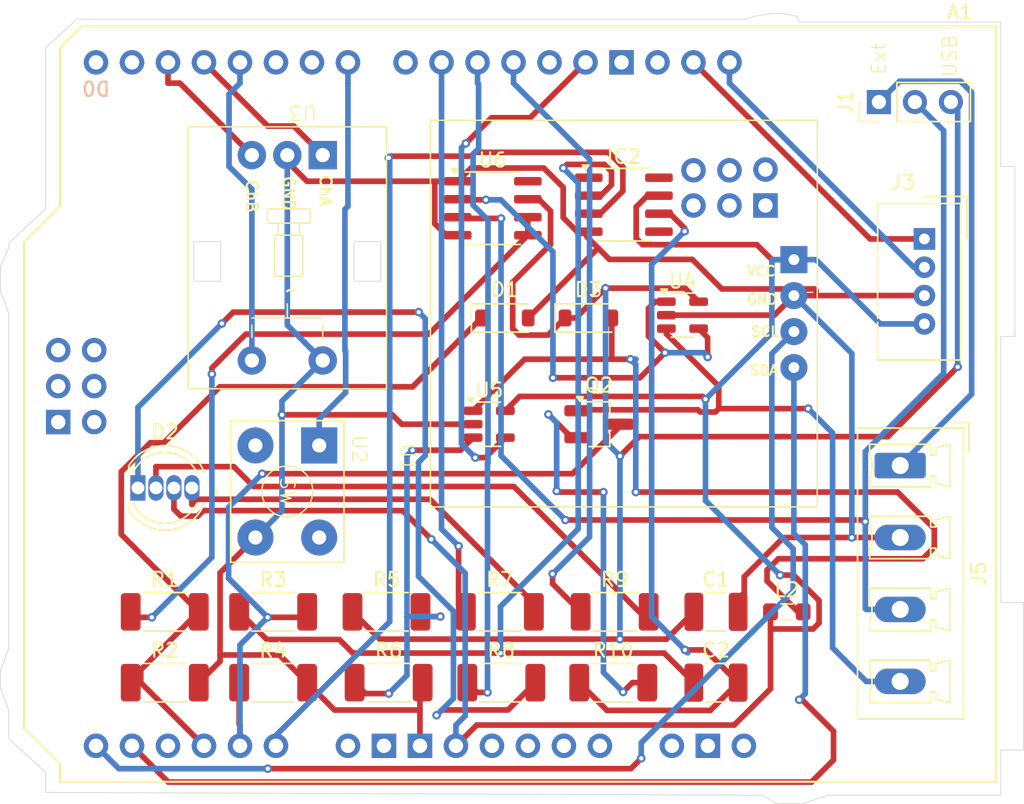
<source format=kicad_pcb>
(kicad_pcb (version 20241229) (generator "pcbnew") (generator_version "9.0")
  (layers (0 "F.Cu" signal) (2 "B.Cu" signal) (13 "F.Paste" user) (15 "B.Paste" user) (5 "F.SilkS" user "F.Silkscreen") (7 "B.SilkS" user "B.Silkscreen") (1 "F.Mask" user) (3 "B.Mask" user) (25 "Edge.Cuts" user))
  (net 0 "")
  (net 1 "A2")
  (net 2 "Net-(U3-Channel_A)")
  (net 4 "GND")
  (net 13 "Net-(J3-Pin_1)")
  (net 15 "Net-(A1-PadD4)")
  (net 16 "Net-(A1-PadD11)")
  (net 17 "Net-(A1-PadD9)")
  (net 22 "Net-(U1-SDA)")
  (net 24 "Net-(A1-PadD10)")
  (net 25 "Net-(J3-Pin_2)")
  (net 30 "Net-(A1-PadD7)")
  (net 33 "Net-(U3-Channel_B)")
  (net 37 "Net-(U1-SCL)")
  (net 44 "A1")
  (net 46 "A0")
  (net 47 "VCC")
  (net 48 "Pin_D13")
  (net 49 "Net-(IC2-OUT_A)")
  (net 50 "Net-(IC2--IN_A)")
  (net 51 "Net-(D3-A)")
  (net 55 "Vboost")
  (net 57 "Net-(U5-FB)")
  (net 58 "/Load+")
  (net 59 "/CustomVoltage")
  (net 60 "/Load-")
  (net 61 "Net-(U6-Output)")
  (net 62 "Net-(D2-RK)")
  (net 63 "Net-(D2-GK)")
  (net 64 "Net-(D2-BK)")
  (net 65 "Net-(U4--)")
  (net 67 "Net-(Q2-G)")
  (footprint "Connector_Phoenix_MC_HighVoltage:PhoenixContact_MCV_1,5_4-G-5.08_1x04_P5.08mm_Vertical" (layer "F.Cu") (at 226.5 91.92 -90)
    (property "Reference" "J5")
    (property "Value" "Conn_01x04_Socket")
  )
  (footprint "Resistor_SMD:R_2010_5025Metric_Pad1.40x2.65mm_HandSolder" (layer "F.Cu") (at 198.35 107.25)
    (property "Reference" "R8")
    (property "Value" "90")
  )
  (footprint "Custom_footprints:MDOB128064V2V-WI" (layer "F.Cu") (at 207 81.19 -90)
    (property "Reference" "U1")
    (property "Value" "MDOB")
  )
  (footprint "Resistor_SMD:R_2010_5025Metric_Pad1.40x2.65mm_HandSolder" (layer "F.Cu") (at 174.6 102.25)
    (property "Reference" "R1")
    (property "Value" "11k")
  )
  (footprint "Package_TO_SOT_SMD:SOT-23_Handsoldering" (layer "F.Cu") (at 205.25 89)
    (property "Reference" "Q2")
    (property "Value" "BS170")
  )
  (footprint "Package_SO:SOIC-8_3.9x4.9mm_P1.27mm" (layer "F.Cu") (at 207 73.5)
    (property "Reference" "IC2")
    (property "Value" "AD8531ARZ-REEL")
  )
  (footprint "Package_SO:SOIC-8_3.9x4.9mm_P1.27mm" (layer "F.Cu") (at 197.75 73.75)
    (property "Reference" "U6")
    (property "Value" "INA132")
  )
  (footprint "Custom_footprints:MC32831" (layer "F.Cu") (at 183.25 93.75 -90)
    (property "Reference" "U2")
    (property "Value" "~")
  )
  (footprint "Resistor_SMD:R_2010_5025Metric_Pad1.40x2.65mm_HandSolder" (layer "F.Cu") (at 174.6 107.25)
    (property "Reference" "R2")
    (property "Value" "1k")
  )
  (footprint "Resistor_SMD:R_2010_5025Metric_Pad1.40x2.65mm_HandSolder" (layer "F.Cu") (at 182.25 107.25)
    (property "Reference" "R4")
    (property "Value" "56R")
  )
  (footprint "Custom_footprints:PEC11R-4215K-S0012" (layer "F.Cu") (at 183.25 77.5 180)
    (property "Reference" "U3")
    (property "Value" "~")
    (fp_rect (start 4.7 -1.4) (end 6.6 1.4) (stroke (width 0.05)) (fill no) (layer "Edge.Cuts"))
    (fp_rect (start -6.6 -1.4) (end -4.7 1.4) (stroke (width 0.05)) (fill no) (layer "Edge.Cuts"))
  )
  (footprint "Resistor_SMD:R_2010_5025Metric_Pad1.40x2.65mm_HandSolder" (layer "F.Cu") (at 182.25 102.25)
    (property "Reference" "R3")
    (property "Value" "1k")
  )
  (footprint "Resistor_SMD:R_2010_5025Metric_Pad1.40x2.65mm_HandSolder" (layer "F.Cu") (at 190.4 107.25)
    (property "Reference" "R6")
    (property "Value" "5.1kR")
  )
  (footprint "Package_TO_SOT_SMD:TSOT-23-5" (layer "F.Cu") (at 211.1375 81.3)
    (property "Reference" "U4")
    (property "Value" "AD8603")
  )
  (footprint "Resistor_SMD:R_2010_5025Metric_Pad1.40x2.65mm_HandSolder" (layer "F.Cu") (at 206.25 107.25)
    (property "Reference" "R10")
    (property "Value" "100")
  )
  (footprint "Connector:NS-Tech_Grove_1x04_P2mm_Vertical" (layer "F.Cu") (at 228.2075 75.9175)
    (property "Reference" "J3")
    (property "Value" "Conn_01x04_Socket")
  )
  (footprint "Connector_PinHeader_2.54mm:PinHeader_1x03_P2.54mm_Vertical" (layer "F.Cu") (at 225 66.25 90)
    (property "Reference" "J1")
    (property "Value" "Choose Input Power" (hide yes))
  )
  (footprint "Diode_SMD:D_SOD-123" (layer "F.Cu") (at 198.6 81.5)
    (property "Reference" "D1")
    (property "Value" "MMSZ5231B-7-F")
  )
  (footprint "Inductor_SMD:L_0805_2012Metric_Pad1.05x1.20mm_HandSolder" (layer "F.Cu") (at 218.5 102.25)
    (property "Reference" "L2")
    (property "Value" "10uH")
  )
  (footprint "Resistor_SMD:R_2010_5025Metric_Pad1.40x2.65mm_HandSolder" (layer "F.Cu") (at 190.25 102.25)
    (property "Reference" "R5")
    (property "Value" "92.82kR")
  )
  (footprint "Capacitor_SMD:C_1210_3225Metric_Pad1.33x2.70mm_HandSolder" (layer "F.Cu") (at 213.5 107.25)
    (property "Reference" "C2")
    (property "Value" "100n")
  )
  (footprint "Package_TO_SOT_SMD:SOT-23-5" (layer "F.Cu") (at 197.5 89)
    (property "Reference" "U5")
    (property "Value" "AP3012")
  )
  (footprint "Resistor_SMD:R_2010_5025Metric_Pad1.40x2.65mm_HandSolder" (layer "F.Cu") (at 198.25 102.25)
    (property "Reference" "R7")
    (property "Value" "150")
  )
  (footprint "Capacitor_SMD:C_1210_3225Metric_Pad1.33x2.70mm_HandSolder" (layer "F.Cu") (at 213.5 102.25)
    (property "Reference" "C1")
    (property "Value" "1uF")
  )
  (footprint "Diode_SMD:D_SOD-123" (layer "F.Cu") (at 204.5 81.5)
    (property "Reference" "D3")
    (property "Value" "1N5819")
  )
  (footprint "Resistor_SMD:R_2010_5025Metric_Pad1.40x2.65mm_HandSolder" (layer "F.Cu") (at 206.35 102.25)
    (property "Reference" "R9")
    (property "Value" "90")
  )
  (footprint "LED_THT:LED_D5.0mm-4_RGB" (layer "F.Cu") (at 172.71 93.5)
    (property "Reference" "D2")
    (property "Value" "LED_GBAR")
  )
  (footprint "PCM_arduino-library:Arduino_Uno_R4_WiFi_Shield" (layer "B.Cu") (at 233.25 114.25 180)
    (property "Reference" "A1")
    (property "Value" "Arduino_Uno_R4_WiFi_Shield")
  )
  (gr_poly (pts (xy 163.6 109.2) (xy 163 107.6) (xy 163 106.4) (xy 163.6 104.8) (xy 163.6 81.2) (xy 163 79.6) (xy 163 77.9) (xy 163.6 76.5) (xy 163.6 76.2) (xy 166.2 73.8) (xy 166.2 62.4) (xy 168.4 60.4) (xy 215.6 60.4) (xy 216.2 60.2) (xy 217.4 60) (xy 218.2 60) (xy 219.2 60.2) (xy 219.4 60.6) (xy 233.6 60.6) (xy 233.6 70.8) (xy 234.6 70.8) (xy 234.6 82.8) (xy 233.6 82.8) (xy 233.6 101.6) (xy 235.2 101.6) (xy 235.2 112) (xy 233.6 112) (xy 233.6 115.2) (xy 221.4 115.2) (xy 219.6 115.8) (xy 217.8 115.8) (xy 216.8 115.2) (xy 166.2 115) (xy 166.2 113.6) (xy 163.6 111.2)) (stroke (width 0.05)) (fill no) (layer "Edge.Cuts"))
  (gr_text "Ext" (at 225 63.2 90) (layer "F.SilkS") (effects (font (size 1 1) (thickness 0.1))))
  (gr_text "USB" (at 230 63 90) (layer "F.SilkS") (effects (font (size 1 1) (thickness 0.1))))
  (segment (start 196.95 81.5) (end 192.0889 86.3611) (width 0.4) (layer "F.Cu") (net 1))
  (segment (start 192.0889 86.3611) (end 178.4855 86.3611) (width 0.4) (layer "F.Cu") (net 1))
  (segment (start 172.2 107.25) (end 172.91 107.25) (width 0.4) (layer "F.Cu") (net 1))
  (segment (start 172.91 106.34) (end 172.91 107.25) (width 0.4) (layer "F.Cu") (net 1))
  (segment (start 177 102.25) (end 172.91 106.34) (width 0.4) (layer "F.Cu") (net 1))
  (segment (start 174.5328 90.3138) (end 173.5739 90.3138) (width 0.4) (layer "F.Cu") (net 1))
  (segment (start 171.5315 96.7815) (end 177 102.25) (width 0.4) (layer "F.Cu") (net 1))
  (segment (start 171.5315 92.3562) (end 171.5315 96.7815) (width 0.4) (layer "F.Cu") (net 1))
  (segment (start 172.91 107.25) (end 177.37 111.71) (width 0.4) (layer "F.Cu") (net 1))
  (segment (start 173.5739 90.3138) (end 171.5315 92.3562) (width 0.4) (layer "F.Cu") (net 1))
  (segment (start 178.4855 86.3611) (end 174.5328 90.3138) (width 0.4) (layer "F.Cu") (net 1))
  (segment (start 183.6944 67.9444) (end 181.8644 67.9444) (width 0.4) (layer "F.Cu") (net 2))
  (segment (start 185.75 70) (end 183.6944 67.9444) (width 0.4) (layer "F.Cu") (net 2))
  (segment (start 181.8644 67.9444) (end 177.37 63.45) (width 0.4) (layer "F.Cu") (net 2))
  (segment (start 202.7176 72.2782) (end 202.7176 74.4117) (width 0.4) (layer "F.Cu") (net 4))
  (segment (start 203.8347 75.5288) (end 204.4012 75.5288) (width 0.4) (layer "F.Cu") (net 4))
  (segment (start 178.5055 105.2969) (end 182.6969 105.2969) (width 0.4) (layer "F.Cu") (net 4))
  (segment (start 226.5 97) (end 223.0912 97) (width 0.4) (layer "F.Cu") (net 4))
  (segment (start 205.1873 76.5627) (end 204.4012 75.7766) (width 0.4) (layer "F.Cu") (net 4))
  (segment (start 215.0625 101.3396) (end 215.0625 102.25) (width 0.4) (layer "F.Cu") (net 4))
  (segment (start 192.61 109.1831) (end 186.5831 109.1831) (width 0.4) (layer "F.Cu") (net 4))
  (segment (start 220.5656 79.5662) (end 220.5656 79.9175) (width 0.4) (layer "F.Cu") (net 4))
  (segment (start 204.4012 75.7766) (end 204.4012 75.5288) (width 0.4) (layer "F.Cu") (net 4))
  (segment (start 193.6603 74.8477) (end 194.4676 75.655) (width 0.4) (layer "F.Cu") (net 4))
  (segment (start 219 79.92) (end 220.5631 79.92) (width 0.4) (layer "F.Cu") (net 4))
  (segment (start 192.61 109.1831) (end 192.61 107.44) (width 0.4) (layer "F.Cu") (net 4))
  (segment (start 220.5631 79.92) (end 220.5656 79.9175) (width 0.4) (layer "F.Cu") (net 4))
  (segment (start 184.6369 71.845) (end 193.6603 71.845) (width 0.4) (layer "F.Cu") (net 4))
  (segment (start 205.1873 76.5627) (end 205.989 77.3644) (width 0.4) (layer "F.Cu") (net 4))
  (segment (start 211.8298 77.3644) (end 213.9146 79.4492) (width 0.4) (layer "F.Cu") (net 4))
  (segment (start 215.4939 99.7745) (end 215.4939 100.9082) (width 0.4) (layer "F.Cu") (net 4))
  (segment (start 178.5055 105.7445) (end 178.5055 105.2969) (width 0.4) (layer "F.Cu") (net 4))
  (segment (start 182.6969 105.2969) (end 184.65 107.25) (width 0.4) (layer "F.Cu") (net 4))
  (segment (start 223.0912 97) (end 218.2684 97) (width 0.4) (layer "F.Cu") (net 4))
  (segment (start 186.5831 109.1831) (end 184.65 107.25) (width 0.4) (layer "F.Cu") (net 4))
  (segment (start 192.61 111.71) (end 192.61 109.1831) (width 0.4) (layer "F.Cu") (net 4))
  (segment (start 215.4939 100.9082) (end 215.0625 101.3396) (width 0.4) (layer "F.Cu") (net 4))
  (segment (start 220.4486 79.4492) (end 220.5656 79.5662) (width 0.4) (layer "F.Cu") (net 4))
  (segment (start 213.9146 79.4492) (end 220.4486 79.4492) (width 0.4) (layer "F.Cu") (net 4))
  (segment (start 191.3266 89) (end 196.3625 89) (width 0.4) (layer "F.Cu") (net 4))
  (segment (start 205.989 77.3644) (end 211.8298 77.3644) (width 0.4) (layer "F.Cu") (net 4))
  (segment (start 183.25 70) (end 183.25 70.4581) (width 0.4) (layer "F.Cu") (net 4))
  (segment (start 195.275 71.845) (end 196.2097 70.9103) (width 0.4) (layer "F.Cu") (net 4))
  (segment (start 194.4676 75.655) (end 195.275 75.655) (width 0.4) (layer "F.Cu") (net 4))
  (segment (start 200.25 81.5) (end 205.1873 76.5627) (width 0.4) (layer "F.Cu") (net 4))
  (segment (start 201.3497 70.9103) (end 202.7176 72.2782) (width 0.4) (layer "F.Cu") (net 4))
  (segment (start 190.663 88.3364) (end 191.3266 89) (width 0.4) (layer "F.Cu") (net 4))
  (segment (start 192.61 107.44) (end 192.8 107.25) (width 0.4) (layer "F.Cu") (net 4))
  (segment (start 228.2075 79.9175) (end 220.5656 79.9175) (width 0.4) (layer "F.Cu") (net 4))
  (segment (start 182.875 88.3364) (end 190.663 88.3364) (width 0.4) (layer "F.Cu") (net 4))
  (segment (start 202.7176 74.4117) (end 203.8347 75.5288) (width 0.4) (layer "F.Cu") (net 4))
  (segment (start 218.2684 97) (end 215.4939 99.7745) (width 0.4) (layer "F.Cu") (net 4))
  (segment (start 219 79.92) (end 217.62 81.3) (width 0.4) (layer "F.Cu") (net 4))
  (segment (start 178.5055 105.2969) (end 178.5055 99.4945) (width 0.4) (layer "F.Cu") (net 4))
  (segment (start 193.6603 71.845) (end 193.6603 74.8477) (width 0.4) (layer "F.Cu") (net 4))
  (segment (start 195.275 71.845) (end 193.6603 71.845) (width 0.4) (layer "F.Cu") (net 4))
  (segment (start 204.4012 75.5288) (end 204.525 75.405) (width 0.4) (layer "F.Cu") (net 4))
  (segment (start 196.2097 70.9103) (end 201.3497 70.9103) (width 0.4) (layer "F.Cu") (net 4))
  (segment (start 178.5055 99.4945) (end 181 97) (width 0.4) (layer "F.Cu") (net 4))
  (segment (start 177 107.25) (end 178.5055 105.7445) (width 0.4) (layer "F.Cu") (net 4))
  (segment (start 217.62 81.3) (end 210 81.3) (width 0.4) (layer "F.Cu") (net 4))
  (segment (start 183.25 70.4581) (end 184.6369 71.845) (width 0.4) (layer "F.Cu") (net 4))
  (via (at 182.875 88.3364) (size 0.6) (drill 0.3) (layers "F.Cu" "B.Cu") (net 4))
  (via (at 223.0912 97) (size 0.6) (drill 0.3) (layers "F.Cu" "B.Cu") (net 4))
  (segment (start 223.0912 84.0112) (end 219 79.92) (width 0.4) (layer "B.Cu") (net 4))
  (segment (start 183.25 70) (end 183.25 82) (width 0.4) (layer "B.Cu") (net 4))
  (segment (start 223.0912 97) (end 223.0912 84.0112) (width 0.4) (layer "B.Cu") (net 4))
  (segment (start 182.875 95.125) (end 182.875 88.3364) (width 0.4) (layer "B.Cu") (net 4))
  (segment (start 182.875 87.375) (end 185.75 84.5) (width 0.4) (layer "B.Cu") (net 4))
  (segment (start 183.25 82) (end 185.75 84.5) (width 0.4) (layer "B.Cu") (net 4))
  (segment (start 181 97) (end 182.875 95.125) (width 0.4) (layer "B.Cu") (net 4))
  (segment (start 182.875 88.3364) (end 182.875 87.375) (width 0.4) (layer "B.Cu") (net 4))
  (segment (start 224.3815 75.9175) (end 211.914 63.45) (width 0.4) (layer "F.Cu") (net 13))
  (segment (start 228.2075 75.9175) (end 224.3815 75.9175) (width 0.4) (layer "F.Cu") (net 13))
  (segment (start 180.75 84.5) (end 180.75 72.4106) (width 0.4) (layer "B.Cu") (net 15))
  (segment (start 179.1377 70.7983) (end 179.1377 65.6876) (width 0.4) (layer "B.Cu") (net 15))
  (segment (start 179.91 63.45) (end 179.91 64.9153) (width 0.4) (layer "B.Cu") (net 15))
  (segment (start 180.75 72.4106) (end 179.1377 70.7983) (width 0.4) (layer "B.Cu") (net 15))
  (segment (start 179.1377 65.6876) (end 179.91 64.9153) (width 0.4) (layer "B.Cu") (net 15))
  (segment (start 201.9721 100.2721) (end 201.9721 99.5698) (width 0.4) (layer "F.Cu") (net 16))
  (segment (start 203.95 102.25) (end 201.9721 100.2721) (width 0.4) (layer "F.Cu") (net 16))
  (via (at 201.9721 99.5698) (size 0.6) (drill 0.3) (layers "F.Cu" "B.Cu") (net 16))
  (segment (start 204.5795 96.9624) (end 204.5795 70.2808) (width 0.4) (layer "B.Cu") (net 16))
  (segment (start 204.5795 70.2808) (end 199.214 64.9153) (width 0.4) (layer "B.Cu") (net 16))
  (segment (start 201.9721 99.5698) (end 204.5795 96.9624) (width 0.4) (layer "B.Cu") (net 16))
  (segment (start 199.214 63.45) (end 199.214 64.9153) (width 0.4) (layer "B.Cu") (net 16))
  (segment (start 195.85 102.25) (end 195.3379 101.7379) (width 0.4) (layer "F.Cu") (net 17))
  (segment (start 195.3379 101.7379) (end 195.3379 97.6085) (width 0.4) (layer "F.Cu") (net 17))
  (via (at 195.3379 97.6085) (size 0.6) (drill 0.3) (layers "F.Cu" "B.Cu") (net 17))
  (segment (start 194.134 64.9153) (end 194.134 96.4046) (width 0.4) (layer "B.Cu") (net 17))
  (segment (start 194.134 96.4046) (end 195.3379 97.6085) (width 0.4) (layer "B.Cu") (net 17))
  (segment (start 194.134 63.45) (end 194.134 64.9153) (width 0.4) (layer "B.Cu") (net 17))
  (segment (start 219.5767 108.4589) (end 219.372 108.4589) (width 0.4) (layer "F.Cu") (net 22))
  (segment (start 220.2336 114.2718) (end 221.7966 112.7088) (width 0.4) (layer "F.Cu") (net 22))
  (segment (start 172.29 111.71) (end 174.8518 114.2718) (width 0.4) (layer "F.Cu") (net 22))
  (segment (start 221.7966 112.7088) (end 221.7966 110.6788) (width 0.4) (layer "F.Cu") (net 22))
  (segment (start 221.7966 110.6788) (end 219.5767 108.4589) (width 0.4) (layer "F.Cu") (net 22))
  (segment (start 174.8518 114.2718) (end 220.2336 114.2718) (width 0.4) (layer "F.Cu") (net 22))
  (via (at 219.372 108.4589) (size 0.6) (drill 0.3) (layers "F.Cu" "B.Cu") (net 22))
  (segment (start 219.8017 97.517) (end 219.8017 108.0292) (width 0.4) (layer "B.Cu") (net 22))
  (segment (start 219 85) (end 219 96.7153) (width 0.4) (layer "B.Cu") (net 22))
  (segment (start 219 96.7153) (end 219.8017 97.517) (width 0.4) (layer "B.Cu") (net 22))
  (segment (start 219.8017 108.0292) (end 219.372 108.4589) (width 0.4) (layer "B.Cu") (net 22))
  (segment (start 197.3771 107.9383) (end 196.6383 107.9383) (width 0.4) (layer "F.Cu") (net 24))
  (segment (start 196.6383 107.9383) (end 195.95 107.25) (width 0.4) (layer "F.Cu") (net 24))
  (via (at 197.3771 107.9383) (size 0.6) (drill 0.3) (layers "F.Cu" "B.Cu") (net 24))
  (segment (start 196.3613 69.9351) (end 196.7513 69.5451) (width 0.4) (layer "B.Cu") (net 24))
  (segment (start 196.3613 73.5286) (end 196.3613 69.9351) (width 0.4) (layer "B.Cu") (net 24))
  (segment (start 197.3771 91.7657) (end 197.4124 91.7304) (width 0.4) (layer "B.Cu") (net 24))
  (segment (start 196.7513 69.5451) (end 196.7513 64.9926) (width 0.4) (layer "B.Cu") (net 24))
  (segment (start 196.674 63.45) (end 196.674 64.9153) (width 0.4) (layer "B.Cu") (net 24))
  (segment (start 197.4124 91.7304) (end 197.4124 74.5797) (width 0.4) (layer "B.Cu") (net 24))
  (segment (start 197.4124 74.5797) (end 196.3613 73.5286) (width 0.4) (layer "B.Cu") (net 24))
  (segment (start 197.3771 107.9383) (end 197.3771 91.7657) (width 0.4) (layer "B.Cu") (net 24))
  (segment (start 196.7513 64.9926) (end 196.674 64.9153) (width 0.4) (layer "B.Cu") (net 24))
  (segment (start 227.4562 77.9175) (end 214.454 64.9153) (width 0.4) (layer "B.Cu") (net 25))
  (segment (start 228.2075 77.9175) (end 227.4562 77.9175) (width 0.4) (layer "B.Cu") (net 25))
  (segment (start 214.454 63.45) (end 214.454 64.9153) (width 0.4) (layer "B.Cu") (net 25))
  (segment (start 187.53 64.9153) (end 187.53 73.6144) (width 0.4) (layer "B.Cu") (net 30))
  (segment (start 187.3155 83.7864) (end 187.3675 83.8384) (width 0.4) (layer "B.Cu") (net 30))
  (segment (start 187.3675 86.7608) (end 185.5 88.6283) (width 0.4) (layer "B.Cu") (net 30))
  (segment (start 185.5 90.5) (end 185.5 88.6283) (width 0.4) (layer "B.Cu") (net 30))
  (segment (start 187.53 63.45) (end 187.53 64.9153) (width 0.4) (layer "B.Cu") (net 30))
  (segment (start 187.3155 73.8289) (end 187.3155 83.7864) (width 0.4) (layer "B.Cu") (net 30))
  (segment (start 187.3675 83.8384) (end 187.3675 86.7608) (width 0.4) (layer "B.Cu") (net 30))
  (segment (start 187.53 73.6144) (end 187.3155 73.8289) (width 0.4) (layer "B.Cu") (net 30))
  (segment (start 175.6653 64.9153) (end 174.83 64.9153) (width 0.4) (layer "F.Cu") (net 33))
  (segment (start 180.75 70) (end 175.6653 64.9153) (width 0.4) (layer "F.Cu") (net 33))
  (segment (start 174.83 63.45) (end 174.83 64.9153) (width 0.4) (layer "F.Cu") (net 33))
  (segment (start 208.2275 112.5909) (end 207.4936 113.3248) (width 0.4) (layer "F.Cu") (net 37))
  (segment (start 207.4936 113.3248) (end 181.8735 113.3248) (width 0.4) (layer "F.Cu") (net 37))
  (via (at 181.8735 113.3248) (size 0.6) (drill 0.3) (layers "F.Cu" "B.Cu") (net 37))
  (via (at 208.2275 112.5909) (size 0.6) (drill 0.3) (layers "F.Cu" "B.Cu") (net 37))
  (segment (start 171.3648 113.3248) (end 181.8735 113.3248) (width 0.4) (layer "B.Cu") (net 37))
  (segment (start 218.95 100.781) (end 208.2275 111.5035) (width 0.4) (layer "B.Cu") (net 37))
  (segment (start 218.95 97.799) (end 218.95 100.781) (width 0.4) (layer "B.Cu") (net 37))
  (segment (start 219 82.46) (end 217.4439 84.0161) (width 0.4) (layer "B.Cu") (net 37))
  (segment (start 217.4439 96.2929) (end 218.95 97.799) (width 0.4) (layer "B.Cu") (net 37))
  (segment (start 169.75 111.71) (end 171.3648 113.3248) (width 0.4) (layer "B.Cu") (net 37))
  (segment (start 217.4439 84.0161) (end 217.4439 96.2929) (width 0.4) (layer "B.Cu") (net 37))
  (segment (start 208.2275 111.5035) (end 208.2275 112.5909) (width 0.4) (layer "B.Cu") (net 37))
  (segment (start 184.2633 102.6367) (end 184.65 102.25) (width 0.4) (layer "F.Cu") (net 44))
  (segment (start 203.3757 92.4965) (end 206.75 89.1222) (width 0.4) (layer "F.Cu") (net 44))
  (segment (start 179.85 110.1847) (end 179.91 110.2447) (width 0.4) (layer "F.Cu") (net 44))
  (segment (start 179.91 111.71) (end 179.91 110.2447) (width 0.4) (layer "F.Cu") (net 44))
  (segment (start 181.4755 92.4965) (end 203.3757 92.4965) (width 0.4) (layer "F.Cu") (net 44))
  (segment (start 181.8615 102.6367) (end 184.2633 102.6367) (width 0.4) (layer "F.Cu") (net 44))
  (segment (start 206.75 89.1222) (end 206.75 89) (width 0.4) (layer "F.Cu") (net 44))
  (segment (start 179.85 107.25) (end 179.85 110.1847) (width 0.4) (layer "F.Cu") (net 44))
  (via (at 181.4755 92.4965) (size 0.6) (drill 0.3) (layers "F.Cu" "B.Cu") (net 44))
  (via (at 181.8615 102.6367) (size 0.6) (drill 0.3) (layers "F.Cu" "B.Cu") (net 44))
  (segment (start 181.8615 102.6367) (end 179.1046 99.8798) (width 0.4) (layer "B.Cu") (net 44))
  (segment (start 179.91 104.5882) (end 181.8615 102.6367) (width 0.4) (layer "B.Cu") (net 44))
  (segment (start 179.1046 94.8674) (end 181.4755 92.4965) (width 0.4) (layer "B.Cu") (net 44))
  (segment (start 179.91 111.71) (end 179.91 104.5882) (width 0.4) (layer "B.Cu") (net 44))
  (segment (start 179.1046 99.8798) (end 179.1046 94.8674) (width 0.4) (layer "B.Cu") (net 44))
  (segment (start 196.2231 70.0733) (end 196.4947 69.8017) (width 0.4) (layer "F.Cu") (net 46))
  (segment (start 190.532 70.0733) (end 196.2231 70.0733) (width 0.4) (layer "F.Cu") (net 46))
  (segment (start 196.4947 69.8017) (end 205.9043 69.8017) (width 0.4) (layer "F.Cu") (net 46))
  (segment (start 205.9043 69.8017) (end 206.9306 70.828) (width 0.4) (layer "F.Cu") (net 46))
  (segment (start 205.327 74.135) (end 204.525 74.135) (width 0.4) (layer "F.Cu") (net 46))
  (segment (start 206.9306 72.5314) (end 205.327 74.135) (width 0.4) (layer "F.Cu") (net 46))
  (segment (start 190.412 70.1933) (end 190.532 70.0733) (width 0.4) (layer "F.Cu") (net 46))
  (segment (start 206.9306 70.828) (end 206.9306 72.5314) (width 0.4) (layer "F.Cu") (net 46))
  (via (at 190.412 70.1933) (size 0.6) (drill 0.3) (layers "F.Cu" "B.Cu") (net 46))
  (segment (start 190.4752 102.9521) (end 190.4752 70.2565) (width 0.4) (layer "B.Cu") (net 46))
  (segment (start 182.45 110.9773) (end 190.4752 102.9521) (width 0.4) (layer "B.Cu") (net 46))
  (segment (start 182.45 111.71) (end 182.45 110.9773) (width 0.4) (layer "B.Cu") (net 46))
  (segment (start 190.4752 70.2565) (end 190.412 70.1933) (width 0.4) (layer "B.Cu") (net 46))
  (segment (start 196.6153 110.2447) (end 195.15 111.71) (width 0.4) (layer "F.Cu") (net 47))
  (segment (start 176.9312 95.4897) (end 175.738 95.4897) (width 0.4) (layer "F.Cu") (net 47))
  (segment (start 217.35 103.4592) (end 220.3558 103.4592) (width 0.4) (layer "F.Cu") (net 47))
  (segment (start 175.738 95.4897) (end 175.25 95.0017) (width 0.4) (layer "F.Cu") (net 47))
  (segment (start 219 77.38) (end 217.4458 77.38) (width 0.4) (layer "F.Cu") (net 47))
  (segment (start 220.7777 101.4557) (end 218.9791 99.6571) (width 0.4) (layer "F.Cu") (net 47))
  (segment (start 220.3558 103.4592) (end 220.7777 103.0373) (width 0.4) (layer "F.Cu") (net 47))
  (segment (start 191.3845 95.1017) (end 177.3192 95.1017) (width 0.4) (layer "F.Cu") (net 47))
  (segment (start 208.3189 76.3217) (end 216.3875 76.3217) (width 0.4) (layer "F.Cu") (net 47))
  (segment (start 207.8693 75.8721) (end 208.3189 76.3217) (width 0.4) (layer "F.Cu") (net 47))
  (segment (start 198.6375 88.05) (end 199.6496 87.0379) (width 0.4) (layer "F.Cu") (net 47))
  (segment (start 217.35 102.25) (end 217.35 103.4592) (width 0.4) (layer "F.Cu") (net 47))
  (segment (start 217.35 103.4592) (end 217.35 107.6821) (width 0.4) (layer "F.Cu") (net 47))
  (segment (start 209.475 72.865) (end 208.6617 72.865) (width 0.4) (layer "F.Cu") (net 47))
  (segment (start 207.8693 73.6574) (end 207.8693 75.8721) (width 0.4) (layer "F.Cu") (net 47))
  (segment (start 212.5638 87.0379) (end 212.7615 87.2356) (width 0.4) (layer "F.Cu") (net 47))
  (segment (start 175.25 93.5) (end 175.25 95.0017) (width 0.4) (layer "F.Cu") (net 47))
  (segment (start 177.3192 95.1017) (end 176.9312 95.4897) (width 0.4) (layer "F.Cu") (net 47))
  (segment (start 208.6617 72.865) (end 207.8693 73.6574) (width 0.4) (layer "F.Cu") (net 47))
  (segment (start 217.35 107.6821) (end 214.7874 110.2447) (width 0.4) (layer "F.Cu") (net 47))
  (segment (start 214.7874 110.2447) (end 196.6153 110.2447) (width 0.4) (layer "F.Cu") (net 47))
  (segment (start 218.9791 99.6571) (end 218.0201 99.6571) (width 0.4) (layer "F.Cu") (net 47))
  (segment (start 216.3875 76.3217) (end 217.4458 77.38) (width 0.4) (layer "F.Cu") (net 47))
  (segment (start 193.4109 97.1281) (end 191.3845 95.1017) (width 0.4) (layer "F.Cu") (net 47))
  (segment (start 220.7777 103.0373) (end 220.7777 101.4557) (width 0.4) (layer "F.Cu") (net 47))
  (segment (start 199.6496 87.0379) (end 212.5638 87.0379) (width 0.4) (layer "F.Cu") (net 47))
  (via (at 212.7615 87.2356) (size 0.6) (drill 0.3) (layers "F.Cu" "B.Cu") (net 47))
  (via (at 193.4109 97.1281) (size 0.6) (drill 0.3) (layers "F.Cu" "B.Cu") (net 47))
  (via (at 218.0201 99.6571) (size 0.6) (drill 0.3) (layers "F.Cu" "B.Cu") (net 47))
  (segment (start 195.8014 109.5933) (end 195.8014 99.5186) (width 0.4) (layer "B.Cu") (net 47))
  (segment (start 217.4458 82.5513) (end 217.4458 77.38) (width 0.4) (layer "B.Cu") (net 47))
  (segment (start 219 77.38) (end 220.5542 77.38) (width 0.4) (layer "B.Cu") (net 47))
  (segment (start 225.0917 81.9175) (end 228.2075 81.9175) (width 0.4) (layer "B.Cu") (net 47))
  (segment (start 195.8014 99.5186) (end 193.4109 97.1281) (width 0.4) (layer "B.Cu") (net 47))
  (segment (start 212.7615 87.2356) (end 212.7615 94.3985) (width 0.4) (layer "B.Cu") (net 47))
  (segment (start 219 77.38) (end 217.4458 77.38) (width 0.4) (layer "B.Cu") (net 47))
  (segment (start 212.7615 94.3985) (end 218.0201 99.6571) (width 0.4) (layer "B.Cu") (net 47))
  (segment (start 195.15 110.2447) (end 195.8014 109.5933) (width 0.4) (layer "B.Cu") (net 47))
  (segment (start 212.7615 87.2356) (end 217.4458 82.5513) (width 0.4) (layer "B.Cu") (net 47))
  (segment (start 195.15 111.71) (end 195.15 110.2447) (width 0.4) (layer "B.Cu") (net 47))
  (segment (start 220.5542 77.38) (end 225.0917 81.9175) (width 0.4) (layer "B.Cu") (net 47))
  (segment (start 197.2306 91.3569) (end 198.6375 89.95) (width 0.4) (layer "F.Cu") (net 48))
  (segment (start 204.294 63.45) (end 200.3839 67.3601) (width 0.4) (layer "F.Cu") (net 48))
  (segment (start 200.3839 67.3601) (end 197.6611 67.3601) (width 0.4) (layer "F.Cu") (net 48))
  (segment (start 196.5107 91.3569) (end 197.2306 91.3569) (width 0.4) (layer "F.Cu") (net 48))
  (segment (start 197.6611 67.3601) (end 195.8496 69.1716) (width 0.4) (layer "F.Cu") (net 48))
  (via (at 195.8496 69.1716) (size 0.6) (drill 0.3) (layers "F.Cu" "B.Cu") (net 48))
  (via (at 196.5107 91.3569) (size 0.6) (drill 0.3) (layers "F.Cu" "B.Cu") (net 48))
  (segment (start 195.5379 90.3841) (end 196.5107 91.3569) (width 0.4) (layer "B.Cu") (net 48))
  (segment (start 195.8496 69.1716) (end 195.5379 69.4833) (width 0.4) (layer "B.Cu") (net 48))
  (segment (start 195.5379 69.4833) (end 195.5379 90.3841) (width 0.4) (layer "B.Cu") (net 48))
  (segment (start 211.2913 75.379) (end 211.2913 75.1652) (width 0.4) (layer "F.Cu") (net 49))
  (segment (start 211.2913 75.1652) (end 210.2611 74.135) (width 0.4) (layer "F.Cu") (net 49))
  (segment (start 215.0625 107.25) (end 213.1026 109.2099) (width 0.4) (layer "F.Cu") (net 49))
  (segment (start 205.8099 109.2099) (end 203.85 107.25) (width 0.4) (layer "F.Cu") (net 49))
  (segment (start 215.0625 107.25) (end 212.7535 104.941) (width 0.4) (layer "F.Cu") (net 49))
  (segment (start 212.7535 104.941) (end 211.3096 104.941) (width 0.4) (layer "F.Cu") (net 49))
  (segment (start 210.2611 74.135) (end 209.475 74.135) (width 0.4) (layer "F.Cu") (net 49))
  (segment (start 213.1026 109.2099) (end 205.8099 109.2099) (width 0.4) (layer "F.Cu") (net 49))
  (via (at 211.2913 75.379) (size 0.6) (drill 0.3) (layers "F.Cu" "B.Cu") (net 49))
  (via (at 211.3096 104.941) (size 0.6) (drill 0.3) (layers "F.Cu" "B.Cu") (net 49))
  (segment (start 211.3096 104.941) (end 211.5069 105.1383) (width 0.4) (layer "B.Cu") (net 49))
  (segment (start 208.9614 77.7089) (end 211.2913 75.379) (width 0.4) (layer "B.Cu") (net 49))
  (segment (start 211.3096 104.941) (end 208.9614 102.5928) (width 0.4) (layer "B.Cu") (net 49))
  (segment (start 211.5069 105.1383) (end 211.3096 104.941) (width 0.4) (layer "B.Cu") (net 49))
  (segment (start 208.9614 102.5928) (end 208.9614 77.7089) (width 0.4) (layer "B.Cu") (net 49))
  (segment (start 179.85 102.25) (end 181.8008 104.2008) (width 0.4) (layer "F.Cu") (net 50))
  (segment (start 206.1289 72.0958) (end 205.3597 72.865) (width 0.4) (layer "F.Cu") (net 50))
  (segment (start 187.8772 105.1624) (end 198.2952 105.1624) (width 0.4) (layer "F.Cu") (net 50))
  (segment (start 206.1289 71.16) (end 206.1289 72.0958) (width 0.4) (layer "F.Cu") (net 50))
  (segment (start 181.8008 104.2008) (end 186.9156 104.2008) (width 0.4) (layer "F.Cu") (net 50))
  (segment (start 202.726 70.9161) (end 202.988 70.6541) (width 0.4) (layer "F.Cu") (net 50))
  (segment (start 205.3597 72.865) (end 204.525 72.865) (width 0.4) (layer "F.Cu") (net 50))
  (segment (start 186.9156 104.2008) (end 187.8772 105.1624) (width 0.4) (layer "F.Cu") (net 50))
  (segment (start 202.988 70.6541) (end 205.623 70.6541) (width 0.4) (layer "F.Cu") (net 50))
  (segment (start 205.623 70.6541) (end 206.1289 71.16) (width 0.4) (layer "F.Cu") (net 50))
  (segment (start 209.8499 105.1624) (end 211.9375 107.25) (width 0.4) (layer "F.Cu") (net 50))
  (segment (start 198.2952 105.1624) (end 209.8499 105.1624) (width 0.4) (layer "F.Cu") (net 50))
  (via (at 198.2952 105.1624) (size 0.6) (drill 0.3) (layers "F.Cu" "B.Cu") (net 50))
  (via (at 202.726 70.9161) (size 0.6) (drill 0.3) (layers "F.Cu" "B.Cu") (net 50))
  (segment (start 203.7778 96.3922) (end 203.7778 71.9679) (width 0.4) (layer "B.Cu") (net 50))
  (segment (start 198.2952 105.1624) (end 198.2952 101.8748) (width 0.4) (layer "B.Cu") (net 50))
  (segment (start 198.2952 101.8748) (end 203.7778 96.3922) (width 0.4) (layer "B.Cu") (net 50))
  (segment (start 203.7778 71.9679) (end 202.726 70.9161) (width 0.4) (layer "B.Cu") (net 50))
  (segment (start 200.0018 84.4107) (end 206.15 84.4107) (width 0.4) (layer "F.Cu") (net 51))
  (segment (start 228.9067 97.6908) (end 228.0947 98.5028) (width 0.4) (layer "F.Cu") (net 51))
  (segment (start 207.4616 84.4107) (end 207.843 84.4107) (width 0.4) (layer "F.Cu") (net 51))
  (segment (start 217.8993 98.5028) (end 217.1038 99.2983) (width 0.4) (layer "F.Cu") (net 51))
  (segment (start 196.3625 88.05) (end 200.0018 84.4107) (width 0.4) (layer "F.Cu") (net 51))
  (segment (start 207.843 84.4107) (end 207.4616 84.4107) (width 0.4) (layer "F.Cu") (net 51))
  (segment (start 217.1038 100.0691) (end 219.2847 102.25) (width 0.4) (layer "F.Cu") (net 51))
  (segment (start 226.3204 93.7945) (end 228.9067 96.3808) (width 0.4) (layer "F.Cu") (net 51))
  (segment (start 228.0947 98.5028) (end 217.8993 98.5028) (width 0.4) (layer "F.Cu") (net 51))
  (segment (start 228.9067 96.3808) (end 228.9067 97.6908) (width 0.4) (layer "F.Cu") (net 51))
  (segment (start 219.2847 102.25) (end 219.65 102.25) (width 0.4) (layer "F.Cu") (net 51))
  (segment (start 207.843 93.7945) (end 226.3204 93.7945) (width 0.4) (layer "F.Cu") (net 51))
  (segment (start 206.15 84.4107) (end 207.4616 84.4107) (width 0.4) (layer "F.Cu") (net 51))
  (segment (start 217.1038 99.2983) (end 217.1038 100.0691) (width 0.4) (layer "F.Cu") (net 51))
  (segment (start 206.15 84.4107) (end 206.15 81.5) (width 0.4) (layer "F.Cu") (net 51))
  (via (at 207.843 93.7945) (size 0.6) (drill 0.3) (layers "F.Cu" "B.Cu") (net 51))
  (via (at 207.4616 84.4107) (size 0.6) (drill 0.3) (layers "F.Cu" "B.Cu") (net 51))
  (segment (start 207.4616 84.4107) (end 207.843 84.7921) (width 0.4) (layer "B.Cu") (net 51))
  (segment (start 207.843 84.4107) (end 207.4616 84.4107) (width 0.4) (layer "B.Cu") (net 51))
  (segment (start 207.4616 84.4107) (end 207.843 84.4107) (width 0.4) (layer "B.Cu") (net 51))
  (segment (start 207.843 84.7921) (end 207.843 93.7945) (width 0.4) (layer "B.Cu") (net 51))
  (segment (start 200.9968 73.115) (end 200.225 73.115) (width 0.4) (layer "F.Cu") (net 55))
  (segment (start 208.0982 89.8775) (end 206.7246 91.2511) (width 0.4) (layer "F.Cu") (net 55))
  (segment (start 203.6043 81.5) (end 202.85 81.5) (width 0.4) (layer "F.Cu") (net 55))
  (segment (start 199.1562 78.9751) (end 201.8257 76.3056) (width 0.4) (layer "F.Cu") (net 55))
  (segment (start 199.6076 82.7073) (end 199.1562 82.2559) (width 0.4) (layer "F.Cu") (net 55))
  (segment (start 211.9375 102.25) (end 210.0099 104.1776) (width 0.4) (layer "F.Cu") (net 55))
  (segment (start 189.7776 104.1776) (end 187.85 102.25) (width 0.4) (layer "F.Cu") (net 55))
  (segment (start 201.8257 73.9439) (end 200.9968 73.115) (width 0.4) (layer "F.Cu") (net 55))
  (segment (start 212.275 80.35) (end 211.3206 79.3956) (width 0.4) (layer "F.Cu") (net 55))
  (segment (start 201.6427 82.7073) (end 199.6076 82.7073) (width 0.4) (layer "F.Cu") (net 55))
  (segment (start 210.0099 104.1776) (end 206.7246 104.1776) (width 0.4) (layer "F.Cu") (net 55))
  (segment (start 205.7087 79.3956) (end 203.6043 81.5) (width 0.4) (layer "F.Cu") (net 55))
  (segment (start 202.85 81.5) (end 201.6427 82.7073) (width 0.4) (layer "F.Cu") (net 55))
  (segment (start 230.5576 84.9523) (end 225.6324 89.8775) (width 0.4) (layer "F.Cu") (net 55))
  (segment (start 225.6324 89.8775) (end 208.0982 89.8775) (width 0.4) (layer "F.Cu") (net 55))
  (segment (start 206.7246 104.1776) (end 189.7776 104.1776) (width 0.4) (layer "F.Cu") (net 55))
  (segment (start 199.1562 82.2559) (end 199.1562 78.9751) (width 0.4) (layer "F.Cu") (net 55))
  (segment (start 201.8257 76.3056) (end 201.8257 73.9439) (width 0.4) (layer "F.Cu") (net 55))
  (segment (start 211.3206 79.3956) (end 205.7087 79.3956) (width 0.4) (layer "F.Cu") (net 55))
  (via (at 206.7246 104.1776) (size 0.6) (drill 0.3) (layers "F.Cu" "B.Cu") (net 55))
  (via (at 230.5576 84.9523) (size 0.6) (drill 0.3) (layers "F.Cu" "B.Cu") (net 55))
  (via (at 205.7087 79.3956) (size 0.6) (drill 0.3) (layers "F.Cu" "B.Cu") (net 55))
  (via (at 206.7246 91.2511) (size 0.6) (drill 0.3) (layers "F.Cu" "B.Cu") (net 55))
  (segment (start 230.5576 84.9523) (end 230.5576 66.7276) (width 0.4) (layer "B.Cu") (net 55))
  (segment (start 205.7087 90.2352) (end 205.7087 79.3956) (width 0.4) (layer "B.Cu") (net 55))
  (segment (start 206.7246 91.2511) (end 205.7087 90.2352) (width 0.4) (layer "B.Cu") (net 55))
  (segment (start 230.5576 66.7276) (end 230.08 66.25) (width 0.4) (layer "B.Cu") (net 55))
  (segment (start 206.7246 104.1776) (end 206.7246 91.2511) (width 0.4) (layer "B.Cu") (net 55))
  (segment (start 188.7704 108.0204) (end 188 107.25) (width 0.4) (layer "F.Cu") (net 57))
  (segment (start 192.9812 102.5812) (end 192.65 102.25) (width 0.4) (layer "F.Cu") (net 57))
  (segment (start 194.0535 102.5812) (end 192.9812 102.5812) (width 0.4) (layer "F.Cu") (net 57))
  (segment (start 195.4776 90.8349) (end 196.3625 89.95) (width 0.4) (layer "F.Cu") (net 57))
  (segment (start 192.0846 90.8349) (end 195.4776 90.8349) (width 0.4) (layer "F.Cu") (net 57))
  (segment (start 190.412 108.0204) (end 188.7704 108.0204) (width 0.4) (layer "F.Cu") (net 57))
  (via (at 192.0846 90.8349) (size 0.6) (drill 0.3) (layers "F.Cu" "B.Cu") (net 57))
  (via (at 194.0535 102.5812) (size 0.6) (drill 0.3) (layers "F.Cu" "B.Cu") (net 57))
  (via (at 190.412 108.0204) (size 0.6) (drill 0.3) (layers "F.Cu" "B.Cu") (net 57))
  (segment (start 191.6958 106.7366) (end 190.412 108.0204) (width 0.4) (layer "B.Cu") (net 57))
  (segment (start 194.0535 102.5812) (end 191.6958 102.5812) (width 0.4) (layer "B.Cu") (net 57))
  (segment (start 191.6958 102.5812) (end 191.6958 106.7366) (width 0.4) (layer "B.Cu") (net 57))
  (segment (start 191.6958 91.2237) (end 192.0846 90.8349) (width 0.4) (layer "B.Cu") (net 57))
  (segment (start 191.6958 102.5812) (end 191.6958 91.2237) (width 0.4) (layer "B.Cu") (net 57))
  (segment (start 198.333 74.4693) (end 195.3593 74.4693) (width 0.4) (layer "F.Cu") (net 58))
  (segment (start 223.9238 95.7649) (end 202.8761 95.7649) (width 0.4) (layer "F.Cu") (net 58))
  (segment (start 195.3593 74.4693) (end 195.275 74.385) (width 0.4) (layer "F.Cu") (net 58))
  (segment (start 224.0407 95.8818) (end 223.9238 95.7649) (width 0.4) (layer "F.Cu") (net 58))
  (via (at 198.333 74.4693) (size 0.6) (drill 0.3) (layers "F.Cu" "B.Cu") (net 58))
  (via (at 224.0407 95.8818) (size 0.6) (drill 0.3) (layers "F.Cu" "B.Cu") (net 58))
  (via (at 202.8761 95.7649) (size 0.6) (drill 0.3) (layers "F.Cu" "B.Cu") (net 58))
  (segment (start 229.5712 68.2812) (end 229.5712 85.3989) (width 0.4) (layer "B.Cu") (net 58))
  (segment (start 226.5 102.08) (end 224.0983 102.08) (width 0.4) (layer "B.Cu") (net 58))
  (segment (start 198.333 74.4693) (end 198.333 91.2218) (width 0.4) (layer "B.Cu") (net 58))
  (segment (start 224.0407 90.9294) (end 224.0407 95.8818) (width 0.4) (layer "B.Cu") (net 58))
  (segment (start 224.0407 95.8818) (end 224.0407 102.0224) (width 0.4) (layer "B.Cu") (net 58))
  (segment (start 227.54 66.25) (end 229.5712 68.2812) (width 0.4) (layer "B.Cu") (net 58))
  (segment (start 229.5712 85.3989) (end 224.0407 90.9294) (width 0.4) (layer "B.Cu") (net 58))
  (segment (start 198.333 91.2218) (end 202.8761 95.7649) (width 0.4) (layer "B.Cu") (net 58))
  (segment (start 224.0407 102.0224) (end 224.0983 102.08) (width 0.4) (layer "B.Cu") (net 58))
  (segment (start 230.756 64.782) (end 226.468 64.782) (width 0.4) (layer "B.Cu") (net 59))
  (segment (start 231.5454 86.8746) (end 231.5454 65.5714) (width 0.4) (layer "B.Cu") (net 59))
  (segment (start 226.5 91.92) (end 231.5454 86.8746) (width 0.4) (layer "B.Cu") (net 59))
  (segment (start 231.5454 65.5714) (end 230.756 64.782) (width 0.4) (layer "B.Cu") (net 59))
  (segment (start 226.468 64.782) (end 225 66.25) (width 0.4) (layer "B.Cu") (net 59))
  (segment (start 213.6989 87.899) (end 213.4593 88.1386) (width 0.4) (layer "F.Cu") (net 60))
  (segment (start 212.2324 87.9816) (end 203.8184 87.9816) (width 0.4) (layer "F.Cu") (net 60))
  (segment (start 213.4593 88.1386) (end 212.3894 88.1386) (width 0.4) (layer "F.Cu") (net 60))
  (segment (start 203.8184 87.9816) (end 203.75 88.05) (width 0.4) (layer "F.Cu") (net 60))
  (segment (start 213.6989 87.899) (end 213.6989 86.3189) (width 0.4) (layer "F.Cu") (net 60))
  (segment (start 210 82.62) (end 210 82.25) (width 0.4) (layer "F.Cu") (net 60))
  (segment (start 213.6989 87.899) (end 220.0107 87.899) (width 0.4) (layer "F.Cu") (net 60))
  (segment (start 213.6989 86.3189) (end 210 82.62) (width 0.4) (layer "F.Cu") (net 60))
  (segment (start 212.3894 88.1386) (end 212.2324 87.9816) (width 0.4) (layer "F.Cu") (net 60))
  (via (at 220.0107 87.899) (size 0.6) (drill 0.3) (layers "F.Cu" "B.Cu") (net 60))
  (segment (start 226.5 107.16) (end 224.0983 107.16) (width 0.4) (layer "B.Cu") (net 60))
  (segment (start 220.0107 87.899) (end 221.7302 89.6185) (width 0.4) (layer "B.Cu") (net 60))
  (segment (start 221.7302 89.6185) (end 221.7302 104.7919) (width 0.4) (layer "B.Cu") (net 60))
  (segment (start 221.7302 104.7919) (end 224.0983 107.16) (width 0.4) (layer "B.Cu") (net 60))
  (segment (start 200.225 74.385) (end 200.225 75.655) (width 0.4) (layer "F.Cu") (net 61))
  (segment (start 200.225 75.655) (end 193.2405 82.6395) (width 0.4) (layer "F.Cu") (net 61))
  (segment (start 173.6925 102.6367) (end 172.5867 102.6367) (width 0.4) (layer "F.Cu") (net 61))
  (segment (start 177.9278 85.03) (end 177.9278 85.4609) (width 0.4) (layer "F.Cu") (net 61))
  (segment (start 193.2405 82.6395) (end 180.3183 82.6395) (width 0.4) (layer "F.Cu") (net 61))
  (segment (start 180.3183 82.6395) (end 177.9278 85.03) (width 0.4) (layer "F.Cu") (net 61))
  (segment (start 172.5867 102.6367) (end 172.2 102.25) (width 0.4) (layer "F.Cu") (net 61))
  (via (at 173.6925 102.6367) (size 0.6) (drill 0.3) (layers "F.Cu" "B.Cu") (net 61))
  (via (at 177.9278 85.4609) (size 0.6) (drill 0.3) (layers "F.Cu" "B.Cu") (net 61))
  (segment (start 177.9278 85.4609) (end 177.9278 98.4014) (width 0.4) (layer "B.Cu") (net 61))
  (segment (start 177.9278 98.4014) (end 173.6925 102.6367) (width 0.4) (layer "B.Cu") (net 61))
  (segment (start 200.65 101.6454) (end 193.3046 94.3) (width 0.4) (layer "F.Cu") (net 62))
  (segment (start 176.8897 94.3) (end 176.52 94.6697) (width 0.4) (layer "F.Cu") (net 62))
  (segment (start 176.52 93.5) (end 176.52 94.6697) (width 0.4) (layer "F.Cu") (net 62))
  (segment (start 193.3046 94.3) (end 176.8897 94.3) (width 0.4) (layer "F.Cu") (net 62))
  (segment (start 200.65 102.25) (end 200.65 101.6454) (width 0.4) (layer "F.Cu") (net 62))
  (segment (start 194.1581 109.1776) (end 193.783 109.5527) (width 0.4) (layer "F.Cu") (net 63))
  (segment (start 200.75 107.25) (end 198.8224 109.1776) (width 0.4) (layer "F.Cu") (net 63))
  (segment (start 198.8224 109.1776) (end 194.1581 109.1776) (width 0.4) (layer "F.Cu") (net 63))
  (segment (start 178.6339 81.8897) (end 179.4363 81.0873) (width 0.4) (layer "F.Cu") (net 63))
  (segment (start 179.4363 81.0873) (end 192.5253 81.0873) (width 0.4) (layer "F.Cu") (net 63))
  (via (at 192.5253 81.0873) (size 0.6) (drill 0.3) (layers "F.Cu" "B.Cu") (net 63))
  (via (at 178.6339 81.8897) (size 0.6) (drill 0.3) (layers "F.Cu" "B.Cu") (net 63))
  (via (at 193.783 109.5527) (size 0.6) (drill 0.3) (layers "F.Cu" "B.Cu") (net 63))
  (segment (start 172.71 87.8136) (end 178.6339 81.8897) (width 0.4) (layer "B.Cu") (net 63))
  (segment (start 194.975 108.3607) (end 194.975 102.2063) (width 0.4) (layer "B.Cu") (net 63))
  (segment (start 192.9863 81.5483) (end 192.5253 81.0873) (width 0.4) (layer "B.Cu") (net 63))
  (segment (start 192.5092 91.6855) (end 192.9863 91.2084) (width 0.4) (layer "B.Cu") (net 63))
  (segment (start 193.783 109.5527) (end 194.975 108.3607) (width 0.4) (layer "B.Cu") (net 63))
  (segment (start 194.975 102.2063) (end 192.5092 99.7405) (width 0.4) (layer "B.Cu") (net 63))
  (segment (start 172.71 93.5) (end 172.71 87.8136) (width 0.4) (layer "B.Cu") (net 63))
  (segment (start 192.9863 91.2084) (end 192.9863 81.5483) (width 0.4) (layer "B.Cu") (net 63))
  (segment (start 192.5092 99.7405) (end 192.5092 91.6855) (width 0.4) (layer "B.Cu") (net 63))
  (segment (start 179.4751 91.9983) (end 180.8751 93.3983) (width 0.4) (layer "F.Cu") (net 64))
  (segment (start 208.0861 102.25) (end 208.75 102.25) (width 0.4) (layer "F.Cu") (net 64))
  (segment (start 173.98 93.5) (end 173.98 91.9983) (width 0.4) (layer "F.Cu") (net 64))
  (segment (start 173.98 91.9983) (end 179.4751 91.9983) (width 0.4) (layer "F.Cu") (net 64))
  (segment (start 199.2344 93.3983) (end 208.0861 102.25) (width 0.4) (layer "F.Cu") (net 64))
  (segment (start 180.8751 93.3983) (end 199.2344 93.3983) (width 0.4) (layer "F.Cu") (net 64))
  (segment (start 212.912 82.887) (end 212.912 84.2569) (width 0.4) (layer "F.Cu") (net 65))
  (segment (start 212.275 82.25) (end 212.912 82.887) (width 0.4) (layer "F.Cu") (net 65))
  (segment (start 208.7352 82.7843) (end 209.9017 83.9508) (width 0.4) (layer "F.Cu") (net 65))
  (segment (start 195.316 73.156) (end 197.2641 73.156) (width 0.4) (layer "F.Cu") (net 65))
  (segment (start 201.996 85.7211) (end 208.1314 85.7211) (width 0.4) (layer "F.Cu") (net 65))
  (segment (start 209.2094 80.35) (end 208.7352 80.8242) (width 0.4) (layer "F.Cu") (net 65))
  (segment (start 210 80.35) (end 209.2094 80.35) (width 0.4) (layer "F.Cu") (net 65))
  (segment (start 208.1314 85.7211) (end 209.9017 83.9508) (width 0.4) (layer "F.Cu") (net 65))
  (segment (start 208.7352 80.8242) (end 208.7352 82.7843) (width 0.4) (layer "F.Cu") (net 65))
  (segment (start 195.275 73.115) (end 195.316 73.156) (width 0.4) (layer "F.Cu") (net 65))
  (via (at 201.996 85.7211) (size 0.6) (drill 0.3) (layers "F.Cu" "B.Cu") (net 65))
  (via (at 212.912 84.2569) (size 0.6) (drill 0.3) (layers "F.Cu" "B.Cu") (net 65))
  (via (at 197.2641 73.156) (size 0.6) (drill 0.3) (layers "F.Cu" "B.Cu") (net 65))
  (via (at 209.9017 83.9508) (size 0.6) (drill 0.3) (layers "F.Cu" "B.Cu") (net 65))
  (segment (start 198.3222 73.1561) (end 197.2641 73.1561) (width 0.4) (layer "B.Cu") (net 65))
  (segment (start 197.2641 73.1561) (end 197.2641 73.156) (width 0.4) (layer "B.Cu") (net 65))
  (segment (start 212.6059 83.9508) (end 212.912 84.2569) (width 0.4) (layer "B.Cu") (net 65))
  (segment (start 201.996 85.7211) (end 201.996 76.8299) (width 0.4) (layer "B.Cu") (net 65))
  (segment (start 201.996 76.8299) (end 198.3222 73.1561) (width 0.4) (layer "B.Cu") (net 65))
  (segment (start 209.9017 83.9508) (end 212.6059 83.9508) (width 0.4) (layer "B.Cu") (net 65))
  (segment (start 202.2603 93.7181) (end 202.3367 93.7945) (width 0.4) (layer "F.Cu") (net 67))
  (segment (start 208.65 107.25) (end 207.6051 107.25) (width 0.4) (layer "F.Cu") (net 67))
  (segment (start 203.318 89.95) (end 201.6736 88.3056) (width 0.4) (layer "F.Cu") (net 67))
  (segment (start 207.6051 107.25) (end 206.9444 107.9107) (width 0.4) (layer "F.Cu") (net 67))
  (segment (start 202.3367 93.7945) (end 205.5598 93.7945) (width 0.4) (layer "F.Cu") (net 67))
  (segment (start 203.75 89.95) (end 203.318 89.95) (width 0.4) (layer "F.Cu") (net 67))
  (via (at 202.2603 93.7181) (size 0.6) (drill 0.3) (layers "F.Cu" "B.Cu") (net 67))
  (via (at 201.6736 88.3056) (size 0.6) (drill 0.3) (layers "F.Cu" "B.Cu") (net 67))
  (via (at 205.5598 93.7945) (size 0.6) (drill 0.3) (layers "F.Cu" "B.Cu") (net 67))
  (via (at 206.9444 107.9107) (size 0.6) (drill 0.3) (layers "F.Cu" "B.Cu") (net 67))
  (segment (start 205.5598 93.7945) (end 205.5598 106.5261) (width 0.4) (layer "B.Cu") (net 67))
  (segment (start 202.2603 88.8923) (end 202.2603 93.7181) (width 0.4) (layer "B.Cu") (net 67))
  (segment (start 201.6736 88.3056) (end 202.2603 88.8923) (width 0.4) (layer "B.Cu") (net 67))
  (segment (start 205.5598 106.5261) (end 206.9444 107.9107) (width 0.4) (layer "B.Cu") (net 67))
)
</source>
